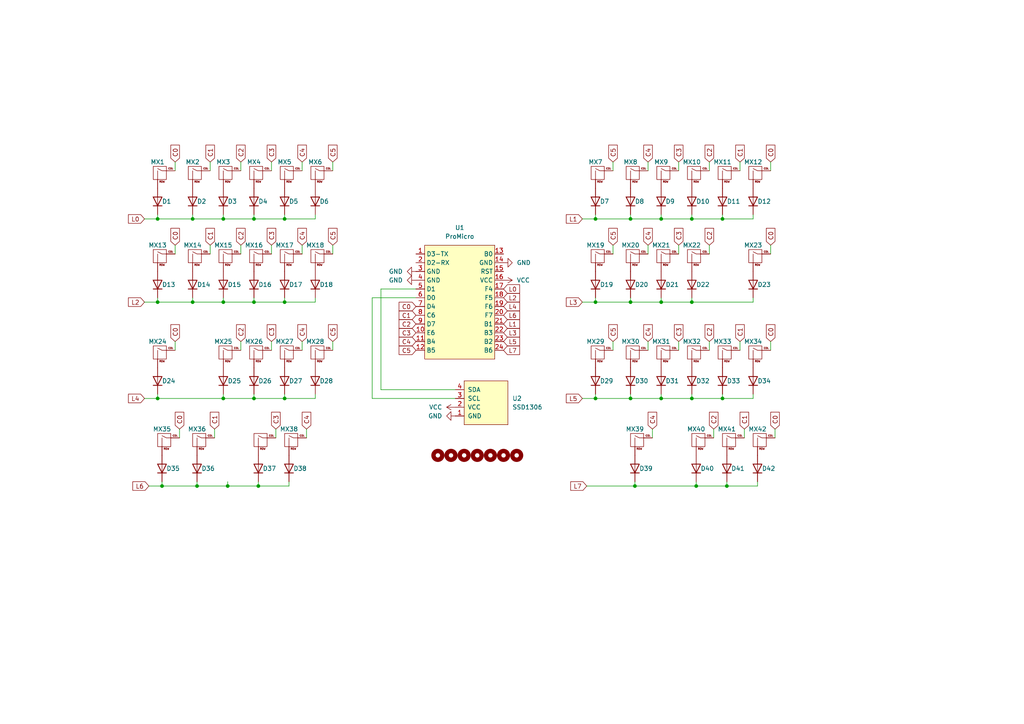
<source format=kicad_sch>
(kicad_sch (version 20230121) (generator eeschema)
  (paper "A4")
  (lib_symbols
    (symbol "Diode:1N4148" (pin_numbers hide) (pin_names hide)
      (property "Reference" "D" (at 0 2.54 0))
      (property "Value" "1N4148" (at 0 -2.54 0))
      (symbol "1N4148_0_1"
        (polyline (pts (xy -1.27 1.27) (xy -1.27 -1.27)) (stroke (width 0.254)))
        (polyline (pts (xy 1.27 0) (xy -1.27 0)))
        (polyline (pts (xy 1.27 1.27) (xy 1.27 -1.27) (xy -1.27 0) (xy 1.27 1.27)) (stroke (width 0.254)))
      )
      (symbol "1N4148_1_1"
        (pin passive line (at -3.81 0 0) (length 2.54) (name "K") (number "1"))
        (pin passive line (at 3.81 0 180) (length 2.54) (name "A") (number "2"))
      )
    )
    (symbol "Mechanical:MountingHole" (pin_names (offset 1.016))
      (property "Reference" "H" (at 0 5.08 0))
      (property "Value" "MountingHole" (at 0 3.175 0))
      (symbol "MountingHole_0_1"
        (circle (center 0 0) (radius 1.27) (stroke (width 1.27)))
      )
    )
    (symbol "PCM_0xcb:MX" (pin_names (offset 1.016))
      (property "Reference" "MX" (at -0.635 1.905 0))
      (property "Value" "MX" (at 0.635 0.635 0))
      (symbol "MX_1_0"
        (text "COL" (at 2.54 0.635 0) (effects (font (size 0.508 0.508))))
      )
      (symbol "MX_1_1"
        (polyline (pts (xy -1.27 -2.54) (xy -1.27 0)))
        (polyline (pts (xy 1.27 0) (xy 0 0) (xy -1.27 0.635)))
        (polyline (pts (xy -2.54 1.27) (xy 1.27 1.27) (xy 1.27 -2.54) (xy -2.54 -2.54) (xy -2.54 1.27)))
        (text "ROW" (at 0 -3.175 0) (effects (font (size 0.508 0.508))))
        (pin passive line (at 3.81 0 180) (length 2.54) (name "COL") (number "1"))
        (pin passive line (at -1.27 -5.08 90) (length 2.54) (name "ROW") (number "2"))
      )
    )
    (symbol "PCM_0xcb:SSD1306" (pin_names (offset 1.016))
      (property "Reference" "U1" (at 1.0794 7.62 90))
      (property "Value" "SSD1306" (at 1.0794 -4.445 0))
      (symbol "SSD1306_0_1"
        (rectangle (start -6.35 6.35) (end 6.35 -6.35) (fill (type background)))
      )
      (symbol "SSD1306_1_1"
        (pin input line (at -3.81 8.89 270) (length 2.54) (name "GND") (number "1"))
        (pin input line (at -1.27 8.89 270) (length 2.54) (name "VCC") (number "2"))
        (pin input line (at 1.27 8.89 270) (length 2.54) (name "SCL") (number "3"))
        (pin input line (at 3.81 8.89 270) (length 2.54) (name "SDA") (number "4"))
      )
    )
    (symbol "PCM_marbastlib-promicroish:Arduino_ProMicro" (in_bom no)
      (property "Reference" "U" (at 0 20.32 0))
      (property "Value" "ProMicro" (at 0 17.78 0))
      (symbol "Arduino_ProMicro_0_0"
        (pin bidirectional line (at -12.7 13.97 0) (length 2.54) (name "D3-TX") (number "1"))
        (pin bidirectional line (at -12.7 -8.89 0) (length 2.54) (name "E6") (number "10"))
        (pin bidirectional line (at -12.7 -11.43 0) (length 2.54) (name "B4") (number "11"))
        (pin bidirectional line (at -12.7 -13.97 0) (length 2.54) (name "B5") (number "12"))
        (pin power_out line (at 12.7 11.43 180) (length 2.54) (name "GND") (number "14"))
        (pin bidirectional line (at 12.7 8.89 180) (length 2.54) (name "RST") (number "15"))
        (pin bidirectional line (at 12.7 3.81 180) (length 2.54) (name "F4") (number "17"))
        (pin bidirectional line (at 12.7 1.27 180) (length 2.54) (name "F5") (number "18"))
        (pin bidirectional line (at 12.7 -1.27 180) (length 2.54) (name "F6") (number "19"))
        (pin bidirectional line (at -12.7 11.43 0) (length 2.54) (name "D2-RX") (number "2"))
        (pin bidirectional line (at 12.7 -3.81 180) (length 2.54) (name "F7") (number "20"))
        (pin bidirectional line (at 12.7 -6.35 180) (length 2.54) (name "B1") (number "21"))
        (pin bidirectional line (at 12.7 -8.89 180) (length 2.54) (name "B3") (number "22"))
        (pin bidirectional line (at 12.7 -11.43 180) (length 2.54) (name "B2") (number "23"))
        (pin bidirectional line (at 12.7 -13.97 180) (length 2.54) (name "B6") (number "24"))
        (pin power_out line (at -12.7 8.89 0) (length 2.54) (name "GND") (number "3"))
        (pin power_out line (at -12.7 6.35 0) (length 2.54) (name "GND") (number "4"))
        (pin bidirectional line (at -12.7 3.81 0) (length 2.54) (name "D1") (number "5"))
        (pin bidirectional line (at -12.7 1.27 0) (length 2.54) (name "D0") (number "6"))
        (pin bidirectional line (at -12.7 -1.27 0) (length 2.54) (name "D4") (number "7"))
        (pin bidirectional line (at -12.7 -3.81 0) (length 2.54) (name "C6") (number "8"))
        (pin bidirectional line (at -12.7 -6.35 0) (length 2.54) (name "D7") (number "9"))
      )
      (symbol "Arduino_ProMicro_1_0"
        (pin bidirectional line (at 12.7 13.97 180) (length 2.54) (name "B0") (number "13"))
        (pin power_out line (at 12.7 6.35 180) (length 2.54) (name "VCC") (number "16"))
      )
      (symbol "Arduino_ProMicro_1_1"
        (rectangle (start -10.16 16.51) (end 10.16 -16.51) (fill (type background)))
      )
    )
    (symbol "power:GND" (power) (pin_names (offset 0))
      (property "Value" "GND" (at 0 -3.81 0))
      (symbol "GND_0_1"
        (polyline (pts (xy 0 0) (xy 0 -1.27) (xy 1.27 -1.27) (xy 0 -2.54) (xy -1.27 -1.27) (xy 0 -1.27)))
      )
      (symbol "GND_1_1"
        (pin power_in line (at 0 0 270) (length 0) hide (name "GND") (number "1"))
      )
    )
    (symbol "power:VCC" (power) (pin_names (offset 0))
      (property "Value" "VCC" (at 0 3.81 0))
      (symbol "VCC_0_1"
        (polyline (pts (xy -0.762 1.27) (xy 0 2.54)))
        (polyline (pts (xy 0 0) (xy 0 2.54)))
        (polyline (pts (xy 0 2.54) (xy 0.762 1.27)))
      )
      (symbol "VCC_1_1"
        (pin power_in line (at 0 0 90) (length 0) hide (name "VCC") (number "1"))
      )
    )
  )
  (junction (at 201.93 140.97))
  (junction (at 209.55 63.5))
  (junction (at 45.72 115.57))
  (junction (at 200.66 87.63))
  (junction (at 82.55 63.5))
  (junction (at 172.72 115.57))
  (junction (at 82.55 87.63))
  (junction (at 200.66 63.5))
  (junction (at 64.77 115.57))
  (junction (at 73.66 87.63))
  (junction (at 66.04 140.97))
  (junction (at 172.72 87.63))
  (junction (at 73.66 63.5))
  (junction (at 64.77 87.63))
  (junction (at 182.88 87.63))
  (junction (at 74.93 140.97))
  (junction (at 45.72 87.63))
  (junction (at 57.15 140.97))
  (junction (at 191.77 63.5))
  (junction (at 200.66 115.57))
  (junction (at 82.55 115.57))
  (junction (at 46.99 140.97))
  (junction (at 184.15 140.97))
  (junction (at 182.88 115.57))
  (junction (at 209.55 115.57))
  (junction (at 182.88 63.5))
  (junction (at 73.66 115.57))
  (junction (at 64.77 63.5))
  (junction (at 191.77 87.63))
  (junction (at 45.72 63.5))
  (junction (at 55.88 63.5))
  (junction (at 191.77 115.57))
  (junction (at 55.88 87.63))
  (junction (at 172.72 63.5))
  (junction (at 210.82 140.97))
  (wire (pts (xy 209.55 115.57) (xy 218.44 115.57)))
  (wire (pts (xy 184.15 140.97) (xy 184.15 139.7)))
  (wire (pts (xy 96.52 46.99) (xy 96.52 49.53)))
  (wire (pts (xy 200.66 87.63) (xy 218.44 87.63)))
  (wire (pts (xy 210.82 140.97) (xy 210.82 139.7)))
  (wire (pts (xy 91.44 87.63) (xy 91.44 86.36)))
  (wire (pts (xy 182.88 87.63) (xy 191.77 87.63)))
  (wire (pts (xy 57.15 140.97) (xy 66.04 140.97)))
  (wire (pts (xy 191.77 63.5) (xy 191.77 62.23)))
  (wire (pts (xy 191.77 87.63) (xy 200.66 87.63)))
  (wire (pts (xy 45.72 115.57) (xy 45.72 114.3)))
  (wire (pts (xy 168.91 115.57) (xy 172.72 115.57)))
  (wire (pts (xy 57.15 140.97) (xy 57.15 139.7)))
  (wire (pts (xy 45.72 63.5) (xy 55.88 63.5)))
  (wire (pts (xy 50.8 46.99) (xy 50.8 49.53)))
  (wire (pts (xy 187.96 71.12) (xy 187.96 73.66)))
  (wire (pts (xy 177.8 99.06) (xy 177.8 101.6)))
  (wire (pts (xy 69.85 99.06) (xy 69.85 101.6)))
  (wire (pts (xy 209.55 63.5) (xy 218.44 63.5)))
  (wire (pts (xy 62.23 124.46) (xy 62.23 127)))
  (wire (pts (xy 200.66 115.57) (xy 209.55 115.57)))
  (wire (pts (xy 177.8 46.99) (xy 177.8 49.53)))
  (wire (pts (xy 219.71 140.97) (xy 219.71 139.7)))
  (wire (pts (xy 55.88 87.63) (xy 55.88 86.36)))
  (wire (pts (xy 172.72 63.5) (xy 182.88 63.5)))
  (wire (pts (xy 218.44 63.5) (xy 218.44 62.23)))
  (wire (pts (xy 214.63 46.99) (xy 214.63 49.53)))
  (wire (pts (xy 223.52 99.06) (xy 223.52 101.6)))
  (wire (pts (xy 60.96 46.99) (xy 60.96 49.53)))
  (wire (pts (xy 55.88 63.5) (xy 64.77 63.5)))
  (wire (pts (xy 73.66 87.63) (xy 82.55 87.63)))
  (wire (pts (xy 64.77 115.57) (xy 64.77 114.3)))
  (wire (pts (xy 73.66 115.57) (xy 73.66 114.3)))
  (wire (pts (xy 82.55 63.5) (xy 82.55 62.23)))
  (wire (pts (xy 170.18 140.97) (xy 184.15 140.97)))
  (wire (pts (xy 224.79 124.46) (xy 224.79 127)))
  (wire (pts (xy 200.66 63.5) (xy 209.55 63.5)))
  (wire (pts (xy 69.85 71.12) (xy 69.85 73.66)))
  (wire (pts (xy 45.72 115.57) (xy 64.77 115.57)))
  (wire (pts (xy 200.66 63.5) (xy 200.66 62.23)))
  (wire (pts (xy 214.63 99.06) (xy 214.63 101.6)))
  (wire (pts (xy 201.93 140.97) (xy 210.82 140.97)))
  (wire (pts (xy 45.72 63.5) (xy 45.72 62.23)))
  (wire (pts (xy 52.07 124.46) (xy 52.07 127)))
  (wire (pts (xy 209.55 115.57) (xy 209.55 114.3)))
  (wire (pts (xy 55.88 63.5) (xy 55.88 62.23)))
  (wire (pts (xy 168.91 87.63) (xy 172.72 87.63)))
  (wire (pts (xy 64.77 115.57) (xy 73.66 115.57)))
  (wire (pts (xy 78.74 71.12) (xy 78.74 73.66)))
  (wire (pts (xy 205.74 99.06) (xy 205.74 101.6)))
  (wire (pts (xy 50.8 99.06) (xy 50.8 101.6)))
  (wire (pts (xy 73.66 63.5) (xy 82.55 63.5)))
  (wire (pts (xy 87.63 99.06) (xy 87.63 101.6)))
  (wire (pts (xy 64.77 87.63) (xy 64.77 86.36)))
  (wire (pts (xy 50.8 71.12) (xy 50.8 73.66)))
  (wire (pts (xy 172.72 63.5) (xy 172.72 62.23)))
  (wire (pts (xy 215.9 124.46) (xy 215.9 127)))
  (wire (pts (xy 73.66 87.63) (xy 73.66 86.36)))
  (wire (pts (xy 78.74 46.99) (xy 78.74 49.53)))
  (wire (pts (xy 41.91 63.5) (xy 45.72 63.5)))
  (wire (pts (xy 66.04 140.97) (xy 74.93 140.97)))
  (wire (pts (xy 191.77 63.5) (xy 200.66 63.5)))
  (wire (pts (xy 41.91 87.63) (xy 45.72 87.63)))
  (wire (pts (xy 73.66 115.57) (xy 82.55 115.57)))
  (wire (pts (xy 64.77 63.5) (xy 64.77 62.23)))
  (wire (pts (xy 45.72 87.63) (xy 55.88 87.63)))
  (wire (pts (xy 43.18 140.97) (xy 46.99 140.97)))
  (wire (pts (xy 83.82 140.97) (xy 83.82 139.7)))
  (wire (pts (xy 223.52 71.12) (xy 223.52 73.66)))
  (wire (pts (xy 96.52 99.06) (xy 96.52 101.6)))
  (wire (pts (xy 91.44 115.57) (xy 91.44 114.3)))
  (wire (pts (xy 177.8 71.12) (xy 177.8 73.66)))
  (wire (pts (xy 182.88 63.5) (xy 191.77 63.5)))
  (wire (pts (xy 182.88 63.5) (xy 182.88 62.23)))
  (wire (pts (xy 182.88 87.63) (xy 182.88 86.36)))
  (wire (pts (xy 191.77 115.57) (xy 200.66 115.57)))
  (wire (pts (xy 172.72 87.63) (xy 182.88 87.63)))
  (wire (pts (xy 82.55 115.57) (xy 91.44 115.57)))
  (wire (pts (xy 87.63 71.12) (xy 87.63 73.66)))
  (wire (pts (xy 201.93 140.97) (xy 201.93 139.7)))
  (wire (pts (xy 55.88 87.63) (xy 64.77 87.63)))
  (wire (pts (xy 184.15 140.97) (xy 201.93 140.97)))
  (wire (pts (xy 82.55 87.63) (xy 82.55 86.36)))
  (wire (pts (xy 200.66 87.63) (xy 200.66 86.36)))
  (wire (pts (xy 205.74 46.99) (xy 205.74 49.53)))
  (wire (pts (xy 73.66 63.5) (xy 73.66 62.23)))
  (wire (pts (xy 200.66 115.57) (xy 200.66 114.3)))
  (wire (pts (xy 205.74 71.12) (xy 205.74 73.66)))
  (wire (pts (xy 196.85 71.12) (xy 196.85 73.66)))
  (wire (pts (xy 196.85 46.99) (xy 196.85 49.53)))
  (wire (pts (xy 87.63 46.99) (xy 87.63 49.53)))
  (wire (pts (xy 218.44 87.63) (xy 218.44 86.36)))
  (wire (pts (xy 223.52 46.99) (xy 223.52 49.53)))
  (wire (pts (xy 107.95 86.36) (xy 120.65 86.36)))
  (wire (pts (xy 172.72 115.57) (xy 172.72 114.3)))
  (wire (pts (xy 207.01 124.46) (xy 207.01 127)))
  (wire (pts (xy 196.85 99.06) (xy 196.85 101.6)))
  (wire (pts (xy 82.55 115.57) (xy 82.55 114.3)))
  (wire (pts (xy 82.55 63.5) (xy 91.44 63.5)))
  (wire (pts (xy 64.77 87.63) (xy 73.66 87.63)))
  (wire (pts (xy 80.01 124.46) (xy 80.01 127)))
  (wire (pts (xy 69.85 46.99) (xy 69.85 49.53)))
  (wire (pts (xy 78.74 99.06) (xy 78.74 101.6)))
  (wire (pts (xy 187.96 46.99) (xy 187.96 49.53)))
  (wire (pts (xy 82.55 87.63) (xy 91.44 87.63)))
  (wire (pts (xy 60.96 71.12) (xy 60.96 73.66)))
  (wire (pts (xy 110.49 83.82) (xy 110.49 113.03)))
  (wire (pts (xy 96.52 71.12) (xy 96.52 73.66)))
  (wire (pts (xy 64.77 63.5) (xy 73.66 63.5)))
  (wire (pts (xy 91.44 63.5) (xy 91.44 62.23)))
  (wire (pts (xy 107.95 115.57) (xy 107.95 86.36)))
  (wire (pts (xy 191.77 87.63) (xy 191.77 86.36)))
  (wire (pts (xy 46.99 140.97) (xy 46.99 139.7)))
  (wire (pts (xy 74.93 140.97) (xy 74.93 139.7)))
  (wire (pts (xy 218.44 115.57) (xy 218.44 114.3)))
  (wire (pts (xy 172.72 87.63) (xy 172.72 86.36)))
  (wire (pts (xy 172.72 115.57) (xy 182.88 115.57)))
  (wire (pts (xy 74.93 140.97) (xy 83.82 140.97)))
  (wire (pts (xy 66.04 140.97) (xy 66.04 139.7)))
  (wire (pts (xy 88.9 124.46) (xy 88.9 127)))
  (wire (pts (xy 191.77 115.57) (xy 191.77 114.3)))
  (wire (pts (xy 168.91 63.5) (xy 172.72 63.5)))
  (wire (pts (xy 210.82 140.97) (xy 219.71 140.97)))
  (wire (pts (xy 187.96 99.06) (xy 187.96 101.6)))
  (wire (pts (xy 41.91 115.57) (xy 45.72 115.57)))
  (wire (pts (xy 120.65 83.82) (xy 110.49 83.82)))
  (wire (pts (xy 189.23 124.46) (xy 189.23 127)))
  (wire (pts (xy 46.99 140.97) (xy 57.15 140.97)))
  (wire (pts (xy 182.88 115.57) (xy 191.77 115.57)))
  (wire (pts (xy 45.72 87.63) (xy 45.72 86.36)))
  (wire (pts (xy 182.88 115.57) (xy 182.88 114.3)))
  (wire (pts (xy 110.49 113.03) (xy 132.08 113.03)))
  (wire (pts (xy 132.08 115.57) (xy 107.95 115.57)))
  (wire (pts (xy 209.55 63.5) (xy 209.55 62.23)))
  (global_label "L5" (shape input) (at 168.91 115.57 180) (property "Intersheetrefs" "${INTERSHEET_REFS}" (effects hide)))
  (global_label "C3" (shape input) (at 196.85 46.99 90) (property "Intersheetrefs" "${INTERSHEET_REFS}" (effects hide)))
  (global_label "C1" (shape input) (at 120.65 91.44 180) (property "Intersheetrefs" "${INTERSHEET_REFS}" (effects hide)))
  (global_label "C5" (shape input) (at 96.52 46.99 90) (property "Intersheetrefs" "${INTERSHEET_REFS}" (effects hide)))
  (global_label "C4" (shape input) (at 187.96 71.12 90) (property "Intersheetrefs" "${INTERSHEET_REFS}" (effects hide)))
  (global_label "C0" (shape input) (at 223.52 46.99 90) (property "Intersheetrefs" "${INTERSHEET_REFS}" (effects hide)))
  (global_label "L1" (shape input) (at 146.05 93.98 0) (property "Intersheetrefs" "${INTERSHEET_REFS}" (effects hide)))
  (global_label "C2" (shape input) (at 205.74 99.06 90) (property "Intersheetrefs" "${INTERSHEET_REFS}" (effects hide)))
  (global_label "C1" (shape input) (at 60.96 46.99 90) (property "Intersheetrefs" "${INTERSHEET_REFS}" (effects hide)))
  (global_label "L7" (shape input) (at 146.05 101.6 0) (property "Intersheetrefs" "${INTERSHEET_REFS}" (effects hide)))
  (global_label "C5" (shape input) (at 120.65 101.6 180) (property "Intersheetrefs" "${INTERSHEET_REFS}" (effects hide)))
  (global_label "C2" (shape input) (at 207.01 124.46 90) (property "Intersheetrefs" "${INTERSHEET_REFS}" (effects hide)))
  (global_label "C0" (shape input) (at 50.8 99.06 90) (property "Intersheetrefs" "${INTERSHEET_REFS}" (effects hide)))
  (global_label "L1" (shape input) (at 168.91 63.5 180) (property "Intersheetrefs" "${INTERSHEET_REFS}" (effects hide)))
  (global_label "C0" (shape input) (at 50.8 46.99 90) (property "Intersheetrefs" "${INTERSHEET_REFS}" (effects hide)))
  (global_label "C3" (shape input) (at 196.85 99.06 90) (property "Intersheetrefs" "${INTERSHEET_REFS}" (effects hide)))
  (global_label "C2" (shape input) (at 69.85 46.99 90) (property "Intersheetrefs" "${INTERSHEET_REFS}" (effects hide)))
  (global_label "C3" (shape input) (at 78.74 71.12 90) (property "Intersheetrefs" "${INTERSHEET_REFS}" (effects hide)))
  (global_label "L4" (shape input) (at 146.05 88.9 0) (property "Intersheetrefs" "${INTERSHEET_REFS}" (effects hide)))
  (global_label "L7" (shape input) (at 170.18 140.97 180) (property "Intersheetrefs" "${INTERSHEET_REFS}" (effects hide)))
  (global_label "L6" (shape input) (at 43.18 140.97 180) (property "Intersheetrefs" "${INTERSHEET_REFS}" (effects hide)))
  (global_label "C5" (shape input) (at 96.52 99.06 90) (property "Intersheetrefs" "${INTERSHEET_REFS}" (effects hide)))
  (global_label "L2" (shape input) (at 41.91 87.63 180) (property "Intersheetrefs" "${INTERSHEET_REFS}" (effects hide)))
  (global_label "C0" (shape input) (at 50.8 71.12 90) (property "Intersheetrefs" "${INTERSHEET_REFS}" (effects hide)))
  (global_label "L3" (shape input) (at 146.05 96.52 0) (property "Intersheetrefs" "${INTERSHEET_REFS}" (effects hide)))
  (global_label "C5" (shape input) (at 177.8 71.12 90) (property "Intersheetrefs" "${INTERSHEET_REFS}" (effects hide)))
  (global_label "C2" (shape input) (at 120.65 93.98 180) (property "Intersheetrefs" "${INTERSHEET_REFS}" (effects hide)))
  (global_label "C0" (shape input) (at 223.52 71.12 90) (property "Intersheetrefs" "${INTERSHEET_REFS}" (effects hide)))
  (global_label "L6" (shape input) (at 146.05 91.44 0) (property "Intersheetrefs" "${INTERSHEET_REFS}" (effects hide)))
  (global_label "C4" (shape input) (at 87.63 71.12 90) (property "Intersheetrefs" "${INTERSHEET_REFS}" (effects hide)))
  (global_label "C3" (shape input) (at 120.65 96.52 180) (property "Intersheetrefs" "${INTERSHEET_REFS}" (effects hide)))
  (global_label "C3" (shape input) (at 196.85 71.12 90) (property "Intersheetrefs" "${INTERSHEET_REFS}" (effects hide)))
  (global_label "C0" (shape input) (at 223.52 99.06 90) (property "Intersheetrefs" "${INTERSHEET_REFS}" (effects hide)))
  (global_label "C5" (shape input) (at 177.8 46.99 90) (property "Intersheetrefs" "${INTERSHEET_REFS}" (effects hide)))
  (global_label "C0" (shape input) (at 224.79 124.46 90) (property "Intersheetrefs" "${INTERSHEET_REFS}" (effects hide)))
  (global_label "C5" (shape input) (at 96.52 71.12 90) (property "Intersheetrefs" "${INTERSHEET_REFS}" (effects hide)))
  (global_label "C0" (shape input) (at 52.07 124.46 90) (property "Intersheetrefs" "${INTERSHEET_REFS}" (effects hide)))
  (global_label "C1" (shape input) (at 214.63 46.99 90) (property "Intersheetrefs" "${INTERSHEET_REFS}" (effects hide)))
  (global_label "C4" (shape input) (at 120.65 99.06 180) (property "Intersheetrefs" "${INTERSHEET_REFS}" (effects hide)))
  (global_label "C1" (shape input) (at 215.9 124.46 90) (property "Intersheetrefs" "${INTERSHEET_REFS}" (effects hide)))
  (global_label "C1" (shape input) (at 60.96 71.12 90) (property "Intersheetrefs" "${INTERSHEET_REFS}" (effects hide)))
  (global_label "C5" (shape input) (at 177.8 99.06 90) (property "Intersheetrefs" "${INTERSHEET_REFS}" (effects hide)))
  (global_label "C3" (shape input) (at 78.74 46.99 90) (property "Intersheetrefs" "${INTERSHEET_REFS}" (effects hide)))
  (global_label "C2" (shape input) (at 69.85 99.06 90) (property "Intersheetrefs" "${INTERSHEET_REFS}" (effects hide)))
  (global_label "L3" (shape input) (at 168.91 87.63 180) (property "Intersheetrefs" "${INTERSHEET_REFS}" (effects hide)))
  (global_label "C4" (shape input) (at 88.9 124.46 90) (property "Intersheetrefs" "${INTERSHEET_REFS}" (effects hide)))
  (global_label "C4" (shape input) (at 87.63 46.99 90) (property "Intersheetrefs" "${INTERSHEET_REFS}" (effects hide)))
  (global_label "L5" (shape input) (at 146.05 99.06 0) (property "Intersheetrefs" "${INTERSHEET_REFS}" (effects hide)))
  (global_label "C3" (shape input) (at 78.74 99.06 90) (property "Intersheetrefs" "${INTERSHEET_REFS}" (effects hide)))
  (global_label "L4" (shape input) (at 41.91 115.57 180) (property "Intersheetrefs" "${INTERSHEET_REFS}" (effects hide)))
  (global_label "C0" (shape input) (at 120.65 88.9 180) (property "Intersheetrefs" "${INTERSHEET_REFS}" (effects hide)))
  (global_label "C4" (shape input) (at 189.23 124.46 90) (property "Intersheetrefs" "${INTERSHEET_REFS}" (effects hide)))
  (global_label "C3" (shape input) (at 80.01 124.46 90) (property "Intersheetrefs" "${INTERSHEET_REFS}" (effects hide)))
  (global_label "C2" (shape input) (at 69.85 71.12 90) (property "Intersheetrefs" "${INTERSHEET_REFS}" (effects hide)))
  (global_label "C4" (shape input) (at 187.96 46.99 90) (property "Intersheetrefs" "${INTERSHEET_REFS}" (effects hide)))
  (global_label "C2" (shape input) (at 205.74 71.12 90) (property "Intersheetrefs" "${INTERSHEET_REFS}" (effects hide)))
  (global_label "L0" (shape input) (at 41.91 63.5 180) (property "Intersheetrefs" "${INTERSHEET_REFS}" (effects hide)))
  (global_label "C4" (shape input) (at 187.96 99.06 90) (property "Intersheetrefs" "${INTERSHEET_REFS}" (effects hide)))
  (global_label "C1" (shape input) (at 214.63 99.06 90) (property "Intersheetrefs" "${INTERSHEET_REFS}" (effects hide)))
  (global_label "L0" (shape input) (at 146.05 83.82 0) (property "Intersheetrefs" "${INTERSHEET_REFS}" (effects hide)))
  (global_label "C1" (shape input) (at 62.23 124.46 90) (property "Intersheetrefs" "${INTERSHEET_REFS}" (effects hide)))
  (global_label "L2" (shape input) (at 146.05 86.36 0) (property "Intersheetrefs" "${INTERSHEET_REFS}" (effects hide)))
  (global_label "C2" (shape input) (at 205.74 46.99 90) (property "Intersheetrefs" "${INTERSHEET_REFS}" (effects hide)))
  (global_label "C4" (shape input) (at 87.63 99.06 90) (property "Intersheetrefs" "${INTERSHEET_REFS}" (effects hide)))
  (symbol (lib_id "PCM_0xcb:MX") (at 203.2 127 0) (unit 1)
    (property "Reference" "MX40" (at 201.93 124.46 0))
    (property "Value" "MX" (effects hide))
    (property "Footprint" "mx:MX-Alps-Hybrid-1U" (effects hide))
  )
  (symbol (lib_id "Diode:1N4148") (at 210.82 135.89 90) (unit 1)
    (property "Reference" "D41" (at 212.09 135.89 90) (effects (justify right)))
    (property "Value" "1N4148" (effects hide))
    (property "Footprint" "Diode_THT:D_DO-35_SOD27_P7.62mm_Horizontal" (effects hide))
    (property "Datasheet" "https://assets.nexperia.com/documents/data-sheet/1N4148_1N4448.pdf" (effects hide))
    (property "Sim.Device" "D" (effects hide))
    (property "Sim.Pins" "1=K 2=A" (effects hide))
  )
  (symbol (lib_id "Mechanical:MountingHole") (at 130.81 132.08 0) (unit 1)
    (property "Reference" "H2" (effects hide))
    (property "Value" "MountingHole" (effects hide))
    (property "Footprint" "MountingHole:MountingHole_2.2mm_M2" (effects hide))
  )
  (symbol (lib_id "power:GND") (at 120.65 78.74 270) (unit 1)
    (property "Reference" "#PWR02" (effects hide))
    (property "Value" "GND" (at 116.84 78.74 90) (effects (justify right)))
  )
  (symbol (lib_id "PCM_0xcb:MX") (at 92.71 49.53 0) (unit 1)
    (property "Reference" "MX6" (at 91.44 46.99 0))
    (property "Value" "MX" (effects hide))
    (property "Footprint" "mx:MX-Alps-Hybrid-1U" (effects hide))
  )
  (symbol (lib_id "PCM_0xcb:MX") (at 184.15 73.66 0) (unit 1)
    (property "Reference" "MX20" (at 182.88 71.12 0))
    (property "Value" "MX" (effects hide))
    (property "Footprint" "mx:MX-Alps-Hybrid-1U" (effects hide))
  )
  (symbol (lib_id "Diode:1N4148") (at 45.72 110.49 90) (unit 1)
    (property "Reference" "D24" (at 46.99 110.49 90) (effects (justify right)))
    (property "Value" "1N4148" (effects hide))
    (property "Footprint" "Diode_THT:D_DO-35_SOD27_P7.62mm_Horizontal" (effects hide))
    (property "Datasheet" "https://assets.nexperia.com/documents/data-sheet/1N4148_1N4448.pdf" (effects hide))
    (property "Sim.Device" "D" (effects hide))
    (property "Sim.Pins" "1=K 2=A" (effects hide))
  )
  (symbol (lib_id "PCM_0xcb:MX") (at 210.82 101.6 0) (unit 1)
    (property "Reference" "MX33" (at 209.55 99.06 0))
    (property "Value" "MX" (effects hide))
    (property "Footprint" "mx:MX-Alps-Hybrid-1U" (effects hide))
  )
  (symbol (lib_id "PCM_0xcb:MX") (at 193.04 101.6 0) (unit 1)
    (property "Reference" "MX31" (at 191.77 99.06 0))
    (property "Value" "MX" (effects hide))
    (property "Footprint" "mx:MX-Alps-Hybrid-1U" (effects hide))
  )
  (symbol (lib_id "PCM_0xcb:MX") (at 184.15 101.6 0) (unit 1)
    (property "Reference" "MX30" (at 182.88 99.06 0))
    (property "Value" "MX" (effects hide))
    (property "Footprint" "mx:MX-Alps-Hybrid-1U" (effects hide))
  )
  (symbol (lib_id "PCM_0xcb:MX") (at 74.93 101.6 0) (unit 1)
    (property "Reference" "MX26" (at 73.66 99.06 0))
    (property "Value" "MX" (effects hide))
    (property "Footprint" "mx:MX-Alps-Hybrid-1U" (effects hide))
  )
  (symbol (lib_id "Diode:1N4148") (at 218.44 110.49 90) (unit 1)
    (property "Reference" "D34" (at 219.71 110.49 90) (effects (justify right)))
    (property "Value" "1N4148" (effects hide))
    (property "Footprint" "Diode_THT:D_DO-35_SOD27_P7.62mm_Horizontal" (effects hide))
    (property "Datasheet" "https://assets.nexperia.com/documents/data-sheet/1N4148_1N4448.pdf" (effects hide))
    (property "Sim.Device" "D" (effects hide))
    (property "Sim.Pins" "1=K 2=A" (effects hide))
  )
  (symbol (lib_id "Diode:1N4148") (at 64.77 58.42 90) (unit 1)
    (property "Reference" "D3" (at 66.04 58.42 90) (effects (justify right)))
    (property "Value" "1N4148" (effects hide))
    (property "Footprint" "Diode_THT:D_DO-35_SOD27_P7.62mm_Horizontal" (effects hide))
    (property "Datasheet" "https://assets.nexperia.com/documents/data-sheet/1N4148_1N4448.pdf" (effects hide))
    (property "Sim.Device" "D" (effects hide))
    (property "Sim.Pins" "1=K 2=A" (effects hide))
  )
  (symbol (lib_id "Diode:1N4148") (at 191.77 110.49 90) (unit 1)
    (property "Reference" "D31" (at 193.04 110.49 90) (effects (justify right)))
    (property "Value" "1N4148" (effects hide))
    (property "Footprint" "Diode_THT:D_DO-35_SOD27_P7.62mm_Horizontal" (effects hide))
    (property "Datasheet" "https://assets.nexperia.com/documents/data-sheet/1N4148_1N4448.pdf" (effects hide))
    (property "Sim.Device" "D" (effects hide))
    (property "Sim.Pins" "1=K 2=A" (effects hide))
  )
  (symbol (lib_id "PCM_0xcb:MX") (at 219.71 49.53 0) (unit 1)
    (property "Reference" "MX12" (at 218.44 46.99 0))
    (property "Value" "MX" (effects hide))
    (property "Footprint" "mx:MX-Alps-Hybrid-1U" (effects hide))
  )
  (symbol (lib_id "PCM_0xcb:MX") (at 201.93 49.53 0) (unit 1)
    (property "Reference" "MX10" (at 200.66 46.99 0))
    (property "Value" "MX" (effects hide))
    (property "Footprint" "mx:MX-Alps-Hybrid-1U" (effects hide))
  )
  (symbol (lib_id "PCM_0xcb:MX") (at 74.93 73.66 0) (unit 1)
    (property "Reference" "MX16" (at 73.66 71.12 0))
    (property "Value" "MX" (effects hide))
    (property "Footprint" "mx:MX-Alps-Hybrid-1U" (effects hide))
  )
  (symbol (lib_id "power:VCC") (at 132.08 118.11 90) (unit 1)
    (property "Reference" "#PWR06" (effects hide))
    (property "Value" "VCC" (at 128.27 118.11 90) (effects (justify left)))
  )
  (symbol (lib_id "PCM_0xcb:MX") (at 66.04 49.53 0) (unit 1)
    (property "Reference" "MX3" (at 64.77 46.99 0))
    (property "Value" "MX" (effects hide))
    (property "Footprint" "mx:MX-Alps-Hybrid-1U" (effects hide))
  )
  (symbol (lib_id "PCM_0xcb:MX") (at 57.15 73.66 0) (unit 1)
    (property "Reference" "MX14" (at 55.88 71.12 0))
    (property "Value" "MX" (effects hide))
    (property "Footprint" "mx:MX-Alps-Hybrid-1U" (effects hide))
  )
  (symbol (lib_id "PCM_0xcb:MX") (at 76.2 127 0) (unit 1)
    (property "Reference" "MX37" (effects hide))
    (property "Value" "MX" (effects hide))
    (property "Footprint" "mx:MX-Alps-Hybrid-1.25U" (effects hide))
  )
  (symbol (lib_id "Diode:1N4148") (at 82.55 110.49 90) (unit 1)
    (property "Reference" "D27" (at 83.82 110.49 90) (effects (justify right)))
    (property "Value" "1N4148" (effects hide))
    (property "Footprint" "Diode_THT:D_DO-35_SOD27_P7.62mm_Horizontal" (effects hide))
    (property "Datasheet" "https://assets.nexperia.com/documents/data-sheet/1N4148_1N4448.pdf" (effects hide))
    (property "Sim.Device" "D" (effects hide))
    (property "Sim.Pins" "1=K 2=A" (effects hide))
  )
  (symbol (lib_id "Diode:1N4148") (at 82.55 82.55 90) (unit 1)
    (property "Reference" "D17" (at 83.82 82.55 90) (effects (justify right)))
    (property "Value" "1N4148" (effects hide))
    (property "Footprint" "Diode_THT:D_DO-35_SOD27_P7.62mm_Horizontal" (effects hide))
    (property "Datasheet" "https://assets.nexperia.com/documents/data-sheet/1N4148_1N4448.pdf" (effects hide))
    (property "Sim.Device" "D" (effects hide))
    (property "Sim.Pins" "1=K 2=A" (effects hide))
  )
  (symbol (lib_id "PCM_0xcb:MX") (at 57.15 49.53 0) (unit 1)
    (property "Reference" "MX2" (at 55.88 46.99 0))
    (property "Value" "MX" (effects hide))
    (property "Footprint" "mx:MX-Alps-Hybrid-1U" (effects hide))
  )
  (symbol (lib_id "Diode:1N4148") (at 219.71 135.89 90) (unit 1)
    (property "Reference" "D42" (at 220.98 135.89 90) (effects (justify right)))
    (property "Value" "1N4148" (effects hide))
    (property "Footprint" "Diode_THT:D_DO-35_SOD27_P7.62mm_Horizontal" (effects hide))
    (property "Datasheet" "https://assets.nexperia.com/documents/data-sheet/1N4148_1N4448.pdf" (effects hide))
    (property "Sim.Device" "D" (effects hide))
    (property "Sim.Pins" "1=K 2=A" (effects hide))
  )
  (symbol (lib_id "Diode:1N4148") (at 73.66 58.42 90) (unit 1)
    (property "Reference" "D4" (at 74.93 58.42 90) (effects (justify right)))
    (property "Value" "1N4148" (effects hide))
    (property "Footprint" "Diode_THT:D_DO-35_SOD27_P7.62mm_Horizontal" (effects hide))
    (property "Datasheet" "https://assets.nexperia.com/documents/data-sheet/1N4148_1N4448.pdf" (effects hide))
    (property "Sim.Device" "D" (effects hide))
    (property "Sim.Pins" "1=K 2=A" (effects hide))
  )
  (symbol (lib_id "Diode:1N4148") (at 46.99 135.89 90) (unit 1)
    (property "Reference" "D35" (at 48.26 135.89 90) (effects (justify right)))
    (property "Value" "1N4148" (effects hide))
    (property "Footprint" "Diode_THT:D_DO-35_SOD27_P7.62mm_Horizontal" (effects hide))
    (property "Datasheet" "https://assets.nexperia.com/documents/data-sheet/1N4148_1N4448.pdf" (effects hide))
    (property "Sim.Device" "D" (effects hide))
    (property "Sim.Pins" "1=K 2=A" (effects hide))
  )
  (symbol (lib_id "Diode:1N4148") (at 218.44 82.55 90) (unit 1)
    (property "Reference" "D23" (at 219.71 82.55 90) (effects (justify right)))
    (property "Value" "1N4148" (effects hide))
    (property "Footprint" "Diode_THT:D_DO-35_SOD27_P7.62mm_Horizontal" (effects hide))
    (property "Datasheet" "https://assets.nexperia.com/documents/data-sheet/1N4148_1N4448.pdf" (effects hide))
    (property "Sim.Device" "D" (effects hide))
    (property "Sim.Pins" "1=K 2=A" (effects hide))
  )
  (symbol (lib_id "Mechanical:MountingHole") (at 127 132.08 0) (unit 1)
    (property "Reference" "H1" (effects hide))
    (property "Value" "MountingHole" (effects hide))
    (property "Footprint" "MountingHole:MountingHole_2.2mm_M2" (effects hide))
  )
  (symbol (lib_id "Diode:1N4148") (at 200.66 58.42 90) (unit 1)
    (property "Reference" "D10" (at 201.93 58.42 90) (effects (justify right)))
    (property "Value" "1N4148" (effects hide))
    (property "Footprint" "Diode_THT:D_DO-35_SOD27_P7.62mm_Horizontal" (effects hide))
    (property "Datasheet" "https://assets.nexperia.com/documents/data-sheet/1N4148_1N4448.pdf" (effects hide))
    (property "Sim.Device" "D" (effects hide))
    (property "Sim.Pins" "1=K 2=A" (effects hide))
  )
  (symbol (lib_id "Mechanical:MountingHole") (at 142.24 132.08 0) (unit 1)
    (property "Reference" "H5" (effects hide))
    (property "Value" "MountingHole" (effects hide))
    (property "Footprint" "MountingHole:MountingHole_2.2mm_M2" (effects hide))
  )
  (symbol (lib_id "power:GND") (at 146.05 76.2 90) (unit 1)
    (property "Reference" "#PWR01" (effects hide))
    (property "Value" "GND" (at 149.86 76.2 90) (effects (justify right)))
  )
  (symbol (lib_id "PCM_0xcb:MX") (at 210.82 49.53 0) (unit 1)
    (property "Reference" "MX11" (at 209.55 46.99 0))
    (property "Value" "MX" (effects hide))
    (property "Footprint" "mx:MX-Alps-Hybrid-1U" (effects hide))
  )
  (symbol (lib_id "PCM_0xcb:MX") (at 83.82 73.66 0) (unit 1)
    (property "Reference" "MX17" (at 82.55 71.12 0))
    (property "Value" "MX" (effects hide))
    (property "Footprint" "mx:MX-Alps-Hybrid-1U" (effects hide))
  )
  (symbol (lib_id "Diode:1N4148") (at 172.72 110.49 90) (unit 1)
    (property "Reference" "D29" (at 173.99 110.49 90) (effects (justify right)))
    (property "Value" "1N4148" (effects hide))
    (property "Footprint" "Diode_THT:D_DO-35_SOD27_P7.62mm_Horizontal" (effects hide))
    (property "Datasheet" "https://assets.nexperia.com/documents/data-sheet/1N4148_1N4448.pdf" (effects hide))
    (property "Sim.Device" "D" (effects hide))
    (property "Sim.Pins" "1=K 2=A" (effects hide))
  )
  (symbol (lib_id "Diode:1N4148") (at 182.88 82.55 90) (unit 1)
    (property "Reference" "D20" (at 184.15 82.55 90) (effects (justify right)))
    (property "Value" "1N4148" (effects hide))
    (property "Footprint" "Diode_THT:D_DO-35_SOD27_P7.62mm_Horizontal" (effects hide))
    (property "Datasheet" "https://assets.nexperia.com/documents/data-sheet/1N4148_1N4448.pdf" (effects hide))
    (property "Sim.Device" "D" (effects hide))
    (property "Sim.Pins" "1=K 2=A" (effects hide))
  )
  (symbol (lib_id "Mechanical:MountingHole") (at 146.05 132.08 0) (unit 1)
    (property "Reference" "H6" (effects hide))
    (property "Value" "MountingHole" (effects hide))
    (property "Footprint" "MountingHole:MountingHole_2.2mm_M2" (effects hide))
  )
  (symbol (lib_id "Diode:1N4148") (at 218.44 58.42 90) (unit 1)
    (property "Reference" "D12" (at 219.71 58.42 90) (effects (justify right)))
    (property "Value" "1N4148" (effects hide))
    (property "Footprint" "Diode_THT:D_DO-35_SOD27_P7.62mm_Horizontal" (effects hide))
    (property "Datasheet" "https://assets.nexperia.com/documents/data-sheet/1N4148_1N4448.pdf" (effects hide))
    (property "Sim.Device" "D" (effects hide))
    (property "Sim.Pins" "1=K 2=A" (effects hide))
  )
  (symbol (lib_id "Diode:1N4148") (at 91.44 82.55 90) (unit 1)
    (property "Reference" "D18" (at 92.71 82.55 90) (effects (justify right)))
    (property "Value" "1N4148" (effects hide))
    (property "Footprint" "Diode_THT:D_DO-35_SOD27_P7.62mm_Horizontal" (effects hide))
    (property "Datasheet" "https://assets.nexperia.com/documents/data-sheet/1N4148_1N4448.pdf" (effects hide))
    (property "Sim.Device" "D" (effects hide))
    (property "Sim.Pins" "1=K 2=A" (effects hide))
  )
  (symbol (lib_id "power:VCC") (at 146.05 81.28 270) (unit 1)
    (property "Reference" "#PWR04" (effects hide))
    (property "Value" "VCC" (at 149.86 81.28 90) (effects (justify left)))
  )
  (symbol (lib_id "Diode:1N4148") (at 45.72 58.42 90) (unit 1)
    (property "Reference" "D1" (at 46.99 58.42 90) (effects (justify right)))
    (property "Value" "1N4148" (effects hide))
    (property "Footprint" "Diode_THT:D_DO-35_SOD27_P7.62mm_Horizontal" (effects hide))
    (property "Datasheet" "https://assets.nexperia.com/documents/data-sheet/1N4148_1N4448.pdf" (effects hide))
    (property "Sim.Device" "D" (effects hide))
    (property "Sim.Pins" "1=K 2=A" (effects hide))
  )
  (symbol (lib_id "PCM_0xcb:MX") (at 201.93 101.6 0) (unit 1)
    (property "Reference" "MX32" (at 200.66 99.06 0))
    (property "Value" "MX" (effects hide))
    (property "Footprint" "mx:MX-Alps-Hybrid-1.25U" (effects hide))
  )
  (symbol (lib_id "PCM_0xcb:MX") (at 92.71 101.6 0) (unit 1)
    (property "Reference" "MX28" (at 91.44 99.06 0))
    (property "Value" "MX" (effects hide))
    (property "Footprint" "mx:MX-Alps-Hybrid-1U" (effects hide))
  )
  (symbol (lib_id "power:GND") (at 120.65 81.28 270) (unit 1)
    (property "Reference" "#PWR03" (effects hide))
    (property "Value" "GND" (at 116.84 81.28 90) (effects (justify right)))
  )
  (symbol (lib_id "Diode:1N4148") (at 83.82 135.89 90) (unit 1)
    (property "Reference" "D38" (at 85.09 135.89 90) (effects (justify right)))
    (property "Value" "1N4148" (effects hide))
    (property "Footprint" "Diode_THT:D_DO-35_SOD27_P7.62mm_Horizontal" (effects hide))
    (property "Datasheet" "https://assets.nexperia.com/documents/data-sheet/1N4148_1N4448.pdf" (effects hide))
    (property "Sim.Device" "D" (effects hide))
    (property "Sim.Pins" "1=K 2=A" (effects hide))
  )
  (symbol (lib_id "Diode:1N4148") (at 64.77 110.49 90) (unit 1)
    (property "Reference" "D25" (at 66.04 110.49 90) (effects (justify right)))
    (property "Value" "1N4148" (effects hide))
    (property "Footprint" "Diode_THT:D_DO-35_SOD27_P7.62mm_Horizontal" (effects hide))
    (property "Datasheet" "https://assets.nexperia.com/documents/data-sheet/1N4148_1N4448.pdf" (effects hide))
    (property "Sim.Device" "D" (effects hide))
    (property "Sim.Pins" "1=K 2=A" (effects hide))
  )
  (symbol (lib_id "Diode:1N4148") (at 191.77 58.42 90) (unit 1)
    (property "Reference" "D9" (at 193.04 58.42 90) (effects (justify right)))
    (property "Value" "1N4148" (effects hide))
    (property "Footprint" "Diode_THT:D_DO-35_SOD27_P7.62mm_Horizontal" (effects hide))
    (property "Datasheet" "https://assets.nexperia.com/documents/data-sheet/1N4148_1N4448.pdf" (effects hide))
    (property "Sim.Device" "D" (effects hide))
    (property "Sim.Pins" "1=K 2=A" (effects hide))
  )
  (symbol (lib_id "PCM_0xcb:MX") (at 219.71 73.66 0) (unit 1)
    (property "Reference" "MX23" (at 218.44 71.12 0))
    (property "Value" "MX" (effects hide))
    (property "Footprint" "mx:MX-Alps-Hybrid-1.75U" (effects hide))
  )
  (symbol (lib_id "PCM_0xcb:MX") (at 83.82 101.6 0) (unit 1)
    (property "Reference" "MX27" (at 82.55 99.06 0))
    (property "Value" "MX" (effects hide))
    (property "Footprint" "mx:MX-Alps-Hybrid-1U" (effects hide))
  )
  (symbol (lib_id "Mechanical:MountingHole") (at 138.43 132.08 0) (unit 1)
    (property "Reference" "H4" (effects hide))
    (property "Value" "MountingHole" (effects hide))
    (property "Footprint" "MountingHole:MountingHole_2.2mm_M2" (effects hide))
  )
  (symbol (lib_id "PCM_0xcb:MX") (at 58.42 127 0) (unit 1)
    (property "Reference" "MX36" (at 57.15 124.46 0))
    (property "Value" "MX" (effects hide))
    (property "Footprint" "mx:MX-Alps-Hybrid-1U" (effects hide))
  )
  (symbol (lib_id "Diode:1N4148") (at 209.55 110.49 90) (unit 1)
    (property "Reference" "D33" (at 210.82 110.49 90) (effects (justify right)))
    (property "Value" "1N4148" (effects hide))
    (property "Footprint" "Diode_THT:D_DO-35_SOD27_P7.62mm_Horizontal" (effects hide))
    (property "Datasheet" "https://assets.nexperia.com/documents/data-sheet/1N4148_1N4448.pdf" (effects hide))
    (property "Sim.Device" "D" (effects hide))
    (property "Sim.Pins" "1=K 2=A" (effects hide))
  )
  (symbol (lib_id "Diode:1N4148") (at 64.77 82.55 90) (unit 1)
    (property "Reference" "D15" (at 66.04 82.55 90) (effects (justify right)))
    (property "Value" "1N4148" (effects hide))
    (property "Footprint" "Diode_THT:D_DO-35_SOD27_P7.62mm_Horizontal" (effects hide))
    (property "Datasheet" "https://assets.nexperia.com/documents/data-sheet/1N4148_1N4448.pdf" (effects hide))
    (property "Sim.Device" "D" (effects hide))
    (property "Sim.Pins" "1=K 2=A" (effects hide))
  )
  (symbol (lib_id "power:GND") (at 132.08 120.65 270) (unit 1)
    (property "Reference" "#PWR05" (effects hide))
    (property "Value" "GND" (at 128.27 120.65 90) (effects (justify right)))
  )
  (symbol (lib_id "PCM_0xcb:MX") (at 201.93 73.66 0) (unit 1)
    (property "Reference" "MX22" (at 200.66 71.12 0))
    (property "Value" "MX" (effects hide))
    (property "Footprint" "mx:MX-Alps-Hybrid-1U" (effects hide))
  )
  (symbol (lib_id "Diode:1N4148") (at 182.88 110.49 90) (unit 1)
    (property "Reference" "D30" (at 184.15 110.49 90) (effects (justify right)))
    (property "Value" "1N4148" (effects hide))
    (property "Footprint" "Diode_THT:D_DO-35_SOD27_P7.62mm_Horizontal" (effects hide))
    (property "Datasheet" "https://assets.nexperia.com/documents/data-sheet/1N4148_1N4448.pdf" (effects hide))
    (property "Sim.Device" "D" (effects hide))
    (property "Sim.Pins" "1=K 2=A" (effects hide))
  )
  (symbol (lib_id "Diode:1N4148") (at 91.44 58.42 90) (unit 1)
    (property "Reference" "D6" (at 92.71 58.42 90) (effects (justify right)))
    (property "Value" "1N4148" (effects hide))
    (property "Footprint" "Diode_THT:D_DO-35_SOD27_P7.62mm_Horizontal" (effects hide))
    (property "Datasheet" "https://assets.nexperia.com/documents/data-sheet/1N4148_1N4448.pdf" (effects hide))
    (property "Sim.Device" "D" (effects hide))
    (property "Sim.Pins" "1=K 2=A" (effects hide))
  )
  (symbol (lib_id "PCM_0xcb:MX") (at 66.04 73.66 0) (unit 1)
    (property "Reference" "MX15" (at 64.77 71.12 0))
    (property "Value" "MX" (effects hide))
    (property "Footprint" "mx:MX-Alps-Hybrid-1U" (effects hide))
  )
  (symbol (lib_id "PCM_0xcb:MX") (at 48.26 127 0) (unit 1)
    (property "Reference" "MX35" (at 46.99 124.46 0))
    (property "Value" "MX" (effects hide))
    (property "Footprint" "mx:MX-Alps-Hybrid-1.25U" (effects hide))
  )
  (symbol (lib_id "Diode:1N4148") (at 82.55 58.42 90) (unit 1)
    (property "Reference" "D5" (at 83.82 58.42 90) (effects (justify right)))
    (property "Value" "1N4148" (effects hide))
    (property "Footprint" "Diode_THT:D_DO-35_SOD27_P7.62mm_Horizontal" (effects hide))
    (property "Datasheet" "https://assets.nexperia.com/documents/data-sheet/1N4148_1N4448.pdf" (effects hide))
    (property "Sim.Device" "D" (effects hide))
    (property "Sim.Pins" "1=K 2=A" (effects hide))
  )
  (symbol (lib_id "PCM_0xcb:MX") (at 212.09 127 0) (unit 1)
    (property "Reference" "MX41" (at 210.82 124.46 0))
    (property "Value" "MX" (effects hide))
    (property "Footprint" "mx:MX-Alps-Hybrid-1U" (effects hide))
  )
  (symbol (lib_id "Diode:1N4148") (at 172.72 58.42 90) (unit 1)
    (property "Reference" "D7" (at 173.99 58.42 90) (effects (justify right)))
    (property "Value" "1N4148" (effects hide))
    (property "Footprint" "Diode_THT:D_DO-35_SOD27_P7.62mm_Horizontal" (effects hide))
    (property "Datasheet" "https://assets.nexperia.com/documents/data-sheet/1N4148_1N4448.pdf" (effects hide))
    (property "Sim.Device" "D" (effects hide))
    (property "Sim.Pins" "1=K 2=A" (effects hide))
  )
  (symbol (lib_id "PCM_0xcb:MX") (at 173.99 49.53 0) (unit 1)
    (property "Reference" "MX7" (at 172.72 46.99 0))
    (property "Value" "MX" (effects hide))
    (property "Footprint" "mx:MX-Alps-Hybrid-1U" (effects hide))
  )
  (symbol (lib_id "PCM_0xcb:MX") (at 173.99 101.6 0) (unit 1)
    (property "Reference" "MX29" (at 172.72 99.06 0))
    (property "Value" "MX" (effects hide))
    (property "Footprint" "mx:MX-Alps-Hybrid-1U" (effects hide))
  )
  (symbol (lib_id "PCM_0xcb:MX") (at 193.04 49.53 0) (unit 1)
    (property "Reference" "MX9" (at 191.77 46.99 0))
    (property "Value" "MX" (effects hide))
    (property "Footprint" "mx:MX-Alps-Hybrid-1U" (effects hide))
  )
  (symbol (lib_id "PCM_0xcb:MX") (at 220.98 127 0) (unit 1)
    (property "Reference" "MX42" (at 219.71 124.46 0))
    (property "Value" "MX" (effects hide))
    (property "Footprint" "mx:MX-Alps-Hybrid-1U" (effects hide))
  )
  (symbol (lib_id "Diode:1N4148") (at 55.88 82.55 90) (unit 1)
    (property "Reference" "D14" (at 57.15 82.55 90) (effects (justify right)))
    (property "Value" "1N4148" (effects hide))
    (property "Footprint" "Diode_THT:D_DO-35_SOD27_P7.62mm_Horizontal" (effects hide))
    (property "Datasheet" "https://assets.nexperia.com/documents/data-sheet/1N4148_1N4448.pdf" (effects hide))
    (property "Sim.Device" "D" (effects hide))
    (property "Sim.Pins" "1=K 2=A" (effects hide))
  )
  (symbol (lib_id "PCM_0xcb:MX") (at 83.82 49.53 0) (unit 1)
    (property "Reference" "MX5" (at 82.55 46.99 0))
    (property "Value" "MX" (effects hide))
    (property "Footprint" "mx:MX-Alps-Hybrid-1U" (effects hide))
  )
  (symbol (lib_id "PCM_0xcb:MX") (at 46.99 49.53 0) (unit 1)
    (property "Reference" "MX1" (at 45.72 46.99 0))
    (property "Value" "MX" (effects hide))
    (property "Footprint" "mx:MX-Alps-Hybrid-1U" (effects hide))
  )
  (symbol (lib_id "Diode:1N4148") (at 172.72 82.55 90) (unit 1)
    (property "Reference" "D19" (at 173.99 82.55 90) (effects (justify right)))
    (property "Value" "1N4148" (effects hide))
    (property "Footprint" "Diode_THT:D_DO-35_SOD27_P7.62mm_Horizontal" (effects hide))
    (property "Datasheet" "https://assets.nexperia.com/documents/data-sheet/1N4148_1N4448.pdf" (effects hide))
    (property "Sim.Device" "D" (effects hide))
    (property "Sim.Pins" "1=K 2=A" (effects hide))
  )
  (symbol (lib_id "PCM_0xcb:MX") (at 173.99 73.66 0) (unit 1)
    (property "Reference" "MX19" (at 172.72 71.12 0))
    (property "Value" "MX" (effects hide))
    (property "Footprint" "mx:MX-Alps-Hybrid-1U" (effects hide))
  )
  (symbol (lib_id "Diode:1N4148") (at 91.44 110.49 90) (unit 1)
    (property "Reference" "D28" (at 92.71 110.49 90) (effects (justify right)))
    (property "Value" "1N4148" (effects hide))
    (property "Footprint" "Diode_THT:D_DO-35_SOD27_P7.62mm_Horizontal" (effects hide))
    (property "Datasheet" "https://assets.nexperia.com/documents/data-sheet/1N4148_1N4448.pdf" (effects hide))
    (property "Sim.Device" "D" (effects hide))
    (property "Sim.Pins" "1=K 2=A" (effects hide))
  )
  (symbol (lib_id "PCM_marbastlib-promicroish:Arduino_ProMicro") (at 133.35 87.63 0) (unit 1) (in_bom no)
    (property "Reference" "U1" (at 133.35 66.04 0))
    (property "Value" "ProMicro" (at 133.35 68.58 0))
    (property "Footprint" "PCM_marbastlib-xp-promicroish:ProMicro_USBup" (effects hide))
  )
  (symbol (lib_id "PCM_0xcb:SSD1306") (at 140.97 116.84 90) (unit 1)
    (property "Reference" "U2" (at 148.59 115.57 90) (effects (justify right)))
    (property "Value" "SSD1306" (at 148.59 118.11 90) (effects (justify right)))
    (property "Footprint" "oled:SSD1306-0.91-OLED-4pin-128x32" (effects hide))
    (property "Datasheet" "amazon" (effects hide))
    (property "Alt Part Nb." "-" (effects hide))
    (property "Another Part Nb." "-" (effects hide))
    (property "Part Nb." "-" (effects hide))
  )
  (symbol (lib_id "Diode:1N4148") (at 57.15 135.89 90) (unit 1)
    (property "Reference" "D36" (at 58.42 135.89 90) (effects (justify right)))
    (property "Value" "1N4148" (effects hide))
    (property "Footprint" "Diode_THT:D_DO-35_SOD27_P7.62mm_Horizontal" (effects hide))
    (property "Datasheet" "https://assets.nexperia.com/documents/data-sheet/1N4148_1N4448.pdf" (effects hide))
    (property "Sim.Device" "D" (effects hide))
    (property "Sim.Pins" "1=K 2=A" (effects hide))
  )
  (symbol (lib_id "Diode:1N4148") (at 45.72 82.55 90) (unit 1)
    (property "Reference" "D13" (at 46.99 82.55 90) (effects (justify right)))
    (property "Value" "1N4148" (effects hide))
    (property "Footprint" "Diode_THT:D_DO-35_SOD27_P7.62mm_Horizontal" (effects hide))
    (property "Datasheet" "https://assets.nexperia.com/documents/data-sheet/1N4148_1N4448.pdf" (effects hide))
    (property "Sim.Device" "D" (effects hide))
    (property "Sim.Pins" "1=K 2=A" (effects hide))
  )
  (symbol (lib_id "Diode:1N4148") (at 209.55 58.42 90) (unit 1)
    (property "Reference" "D11" (at 210.82 58.42 90) (effects (justify right)))
    (property "Value" "1N4148" (effects hide))
    (property "Footprint" "Diode_THT:D_DO-35_SOD27_P7.62mm_Horizontal" (effects hide))
    (property "Datasheet" "https://assets.nexperia.com/documents/data-sheet/1N4148_1N4448.pdf" (effects hide))
    (property "Sim.Device" "D" (effects hide))
    (property "Sim.Pins" "1=K 2=A" (effects hide))
  )
  (symbol (lib_id "Diode:1N4148") (at 191.77 82.55 90) (unit 1)
    (property "Reference" "D21" (at 193.04 82.55 90) (effects (justify right)))
    (property "Value" "1N4148" (effects hide))
    (property "Footprint" "Diode_THT:D_DO-35_SOD27_P7.62mm_Horizontal" (effects hide))
    (property "Datasheet" "https://assets.nexperia.com/documents/data-sheet/1N4148_1N4448.pdf" (effects hide))
    (property "Sim.Device" "D" (effects hide))
    (property "Sim.Pins" "1=K 2=A" (effects hide))
  )
  (symbol (lib_id "PCM_0xcb:MX") (at 46.99 101.6 0) (unit 1)
    (property "Reference" "MX24" (at 45.72 99.06 0))
    (property "Value" "MX" (effects hide))
    (property "Footprint" "mx:MX-Alps-Hybrid-1.75U" (effects hide))
  )
  (symbol (lib_id "Diode:1N4148") (at 182.88 58.42 90) (unit 1)
    (property "Reference" "D8" (at 184.15 58.42 90) (effects (justify right)))
    (property "Value" "1N4148" (effects hide))
    (property "Footprint" "Diode_THT:D_DO-35_SOD27_P7.62mm_Horizontal" (effects hide))
    (property "Datasheet" "https://assets.nexperia.com/documents/data-sheet/1N4148_1N4448.pdf" (effects hide))
    (property "Sim.Device" "D" (effects hide))
    (property "Sim.Pins" "1=K 2=A" (effects hide))
  )
  (symbol (lib_id "PCM_0xcb:MX") (at 193.04 73.66 0) (unit 1)
    (property "Reference" "MX21" (at 191.77 71.12 0))
    (property "Value" "MX" (effects hide))
    (property "Footprint" "mx:MX-Alps-Hybrid-1U" (effects hide))
  )
  (symbol (lib_id "PCM_0xcb:MX") (at 92.71 73.66 0) (unit 1)
    (property "Reference" "MX18" (at 91.44 71.12 0))
    (property "Value" "MX" (effects hide))
    (property "Footprint" "mx:MX-Alps-Hybrid-1U" (effects hide))
  )
  (symbol (lib_id "Diode:1N4148") (at 73.66 82.55 90) (unit 1)
    (property "Reference" "D16" (at 74.93 82.55 90) (effects (justify right)))
    (property "Value" "1N4148" (effects hide))
    (property "Footprint" "Diode_THT:D_DO-35_SOD27_P7.62mm_Horizontal" (effects hide))
    (property "Datasheet" "https://assets.nexperia.com/documents/data-sheet/1N4148_1N4448.pdf" (effects hide))
    (property "Sim.Device" "D" (effects hide))
    (property "Sim.Pins" "1=K 2=A" (effects hide))
  )
  (symbol (lib_id "PCM_0xcb:MX") (at 46.99 73.66 0) (unit 1)
    (property "Reference" "MX13" (at 45.72 71.12 0))
    (property "Value" "MX" (effects hide))
    (property "Footprint" "mx:MX-Alps-Hybrid-1.25U" (effects hide))
  )
  (symbol (lib_id "Diode:1N4148") (at 74.93 135.89 90) (unit 1)
    (property "Reference" "D37" (at 76.2 135.89 90) (effects (justify right)))
    (property "Value" "1N4148" (effects hide))
    (property "Footprint" "Diode_THT:D_DO-35_SOD27_P7.62mm_Horizontal" (effects hide))
    (property "Datasheet" "https://assets.nexperia.com/documents/data-sheet/1N4148_1N4448.pdf" (effects hide))
    (property "Sim.Device" "D" (effects hide))
    (property "Sim.Pins" "1=K 2=A" (effects hide))
  )
  (symbol (lib_id "PCM_0xcb:MX") (at 66.04 101.6 0) (unit 1)
    (property "Reference" "MX25" (at 64.77 99.06 0))
    (property "Value" "MX" (effects hide))
    (property "Footprint" "mx:MX-Alps-Hybrid-1U" (effects hide))
  )
  (symbol (lib_id "PCM_0xcb:MX") (at 219.71 101.6 0) (unit 1)
    (property "Reference" "MX34" (at 218.44 99.06 0))
    (property "Value" "MX" (effects hide))
    (property "Footprint" "mx:MX-Alps-Hybrid-1U" (effects hide))
  )
  (symbol (lib_id "PCM_0xcb:MX") (at 85.09 127 0) (unit 1)
    (property "Reference" "MX38" (at 83.82 124.46 0))
    (property "Value" "MX" (effects hide))
    (property "Footprint" "mx:MX-Alps-Hybrid-2.25U-ReversedStabilizers" (effects hide))
  )
  (symbol (lib_id "Diode:1N4148") (at 200.66 110.49 90) (unit 1)
    (property "Reference" "D32" (at 201.93 110.49 90) (effects (justify right)))
    (property "Value" "1N4148" (effects hide))
    (property "Footprint" "Diode_THT:D_DO-35_SOD27_P7.62mm_Horizontal" (effects hide))
    (property "Datasheet" "https://assets.nexperia.com/documents/data-sheet/1N4148_1N4448.pdf" (effects hide))
    (property "Sim.Device" "D" (effects hide))
    (property "Sim.Pins" "1=K 2=A" (effects hide))
  )
  (symbol (lib_id "Diode:1N4148") (at 55.88 58.42 90) (unit 1)
    (property "Reference" "D2" (at 57.15 58.42 90) (effects (justify right)))
    (property "Value" "1N4148" (effects hide))
    (property "Footprint" "Diode_THT:D_DO-35_SOD27_P7.62mm_Horizontal" (effects hide))
    (property "Datasheet" "https://assets.nexperia.com/documents/data-sheet/1N4148_1N4448.pdf" (effects hide))
    (property "Sim.Device" "D" (effects hide))
    (property "Sim.Pins" "1=K 2=A" (effects hide))
  )
  (symbol (lib_id "Diode:1N4148") (at 73.66 110.49 90) (unit 1)
    (property "Reference" "D26" (at 74.93 110.49 90) (effects (justify right)))
    (property "Value" "1N4148" (effects hide))
    (property "Footprint" "Diode_THT:D_DO-35_SOD27_P7.62mm_Horizontal" (effects hide))
    (property "Datasheet" "https://assets.nexperia.com/documents/data-sheet/1N4148_1N4448.pdf" (effects hide))
    (property "Sim.Device" "D" (effects hide))
    (property "Sim.Pins" "1=K 2=A" (effects hide))
  )
  (symbol (lib_id "Mechanical:MountingHole") (at 134.62 132.08 0) (unit 1)
    (property "Reference" "H3" (effects hide))
    (property "Value" "MountingHole" (effects hide))
    (property "Footprint" "MountingHole:MountingHole_2.2mm_M2" (effects hide))
  )
  (symbol (lib_id "Diode:1N4148") (at 200.66 82.55 90) (unit 1)
    (property "Reference" "D22" (at 201.93 82.55 90) (effects (justify right)))
    (property "Value" "1N4148" (effects hide))
    (property "Footprint" "Diode_THT:D_DO-35_SOD27_P7.62mm_Horizontal" (effects hide))
    (property "Datasheet" "https://assets.nexperia.com/documents/data-sheet/1N4148_1N4448.pdf" (effects hide))
    (property "Sim.Device" "D" (effects hide))
    (property "Sim.Pins" "1=K 2=A" (effects hide))
  )
  (symbol (lib_id "PCM_0xcb:MX") (at 74.93 49.53 0) (unit 1)
    (property "Reference" "MX4" (at 73.66 46.99 0))
    (property "Value" "MX" (effects hide))
    (property "Footprint" "mx:MX-Alps-Hybrid-1U" (effects hide))
  )
  (symbol (lib_id "PCM_0xcb:MX") (at 185.42 127 0) (unit 1)
    (property "Reference" "MX39" (at 184.15 124.46 0))
    (property "Value" "MX" (effects hide))
    (property "Footprint" "mx:MX-Alps-Hybrid-2.75U-ReversedStabilizers" (effects hide))
  )
  (symbol (lib_id "PCM_0xcb:MX") (at 184.15 49.53 0) (unit 1)
    (property "Reference" "MX8" (at 182.88 46.99 0))
    (property "Value" "MX" (effects hide))
    (property "Footprint" "mx:MX-Alps-Hybrid-1U" (effects hide))
  )
  (symbol (lib_id "Mechanical:MountingHole") (at 149.86 132.08 0) (unit 1)
    (property "Reference" "H7" (effects hide))
    (property "Value" "MountingHole" (effects hide))
    (property "Footprint" "MountingHole:MountingHole_2.2mm_M2" (effects hide))
  )
  (symbol (lib_id "Diode:1N4148") (at 201.93 135.89 90) (unit 1)
    (property "Reference" "D40" (at 203.2 135.89 90) (effects (justify right)))
    (property "Value" "1N4148" (effects hide))
    (property "Footprint" "Diode_THT:D_DO-35_SOD27_P7.62mm_Horizontal" (effects hide))
    (property "Datasheet" "https://assets.nexperia.com/documents/data-sheet/1N4148_1N4448.pdf" (effects hide))
    (property "Sim.Device" "D" (effects hide))
    (property "Sim.Pins" "1=K 2=A" (effects hide))
  )
  (symbol (lib_id "Diode:1N4148") (at 184.15 135.89 90) (unit 1)
    (property "Reference" "D39" (at 185.42 135.89 90) (effects (justify right)))
    (property "Value" "1N4148" (effects hide))
    (property "Footprint" "Diode_THT:D_DO-35_SOD27_P7.62mm_Horizontal" (effects hide))
    (property "Datasheet" "https://assets.nexperia.com/documents/data-sheet/1N4148_1N4448.pdf" (effects hide))
    (property "Sim.Device" "D" (effects hide))
    (property "Sim.Pins" "1=K 2=A" (effects hide))
  )
)
</source>
